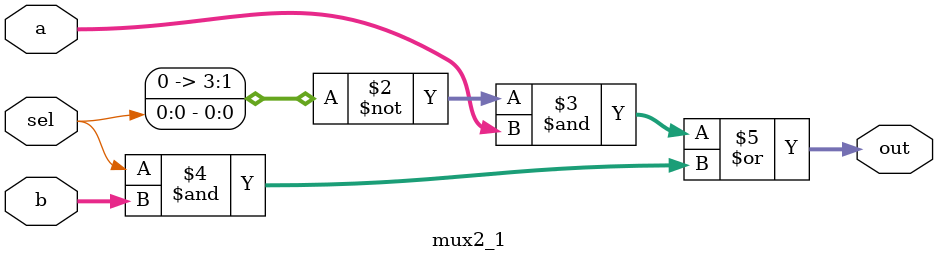
<source format=v>
module mux2_1 

( 
	input [3:0] a,b,
	input sel,
	output [3:0] out
);

assign out = (~sel & a) | (sel & b);

endmodule 
</source>
